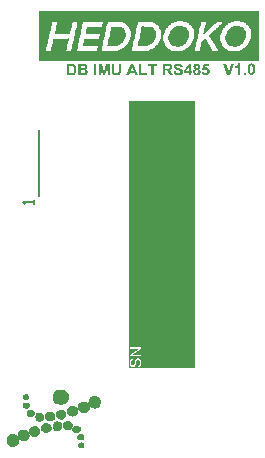
<source format=gto>
%FSTAX23Y23*%
%MOIN*%
%SFA1B1*%

%IPPOS*%
%ADD32C,0.003000*%
%ADD33C,0.002000*%
%ADD34C,0.007870*%
%LNdaughterboard-1*%
%LPD*%
G36*
X02185Y02249D02*
X02186D01*
X02186Y02249*
X02187*
X02188Y02249*
X0219Y02249*
X02191Y02248*
X02192Y02248*
X02192Y02248*
X02192*
X02192Y02248*
X02193Y02248*
X02193Y02248*
X02194Y02247*
X02195Y02247*
X02195Y02246*
X02196Y02245*
X02197Y02244*
Y02244*
X02197Y02244*
X02197Y02244*
X02197Y02244*
X02197Y02243*
X02198Y02243*
X02198Y02242*
X02198Y02241*
X02198Y0224*
X02198Y02238*
Y02238*
Y02238*
Y02238*
X02198Y02238*
Y02237*
X02198Y02237*
X02198Y02236*
X02198Y02235*
X02197Y02234*
X02197Y02233*
X02196Y02232*
X02196Y02231*
X02196Y02231*
X02196Y02231*
X02196Y02231*
X02195Y02231*
X02195Y02231*
X02195Y0223*
X02194Y0223*
X02194Y0223*
X02194Y0223*
X02193Y02229*
X02192Y02229*
X02192Y02229*
X02191Y02229*
X0219Y02228*
X02189Y02228*
X02188Y02228*
X02188*
X02188Y02228*
X02189Y02228*
X02189Y02227*
X0219Y02227*
X0219Y02227*
X02191Y02226*
X02192Y02225*
X02192Y02225*
X02192Y02225*
X02193Y02224*
X02193Y02224*
X02194Y02223*
X02194Y02223*
X02195Y02222*
X02195Y02221*
X02195Y02221*
X02196Y0222*
X02196Y02219*
X02197Y02219*
X02201Y02211*
X02192*
X02187Y02219*
X02187Y0222*
X02187Y0222*
X02187Y0222*
X02186Y0222*
X02186Y02221*
X02186Y02221*
X02185Y02222*
X02184Y02223*
X02184Y02224*
X02183Y02224*
X02183Y02225*
X02183Y02225*
X02183Y02225*
X02183Y02225*
X02182Y02225*
X02182Y02226*
X02182Y02226*
X02181Y02226*
X02181Y02226*
X0218Y02227*
X0218*
X0218Y02227*
X0218Y02227*
X0218Y02227*
X02179Y02227*
X02178Y02227*
X02178Y02227*
X02175*
Y02211*
X02167*
Y02249*
X02184*
X02185Y02249*
G37*
G36*
X02148Y02243D02*
X02137D01*
Y02211*
X02129*
Y02243*
X02118*
Y02249*
X02148*
Y02243*
G37*
G36*
X02096Y02218D02*
X02115D01*
Y02211*
X02088*
Y02249*
X02096*
Y02218*
G37*
G36*
X02027Y02229D02*
Y02229D01*
Y02229*
Y02228*
Y02228*
Y02227*
X02027Y02227*
Y02226*
Y02225*
X02027Y02224*
X02027Y02222*
X02027Y02221*
X02027Y02221*
X02027Y0222*
X02027Y0222*
Y02219*
X02027Y02219*
Y02219*
X02027Y02219*
X02026Y02219*
X02026Y02218*
X02026Y02217*
X02026Y02216*
X02025Y02216*
X02024Y02215*
X02024Y02215*
X02024Y02214*
X02024Y02214*
X02023Y02214*
X02023Y02213*
X02022Y02213*
X02021Y02212*
X0202Y02212*
X0202*
X0202Y02212*
X0202Y02212*
X02019Y02212*
X02019Y02211*
X02019Y02211*
X02018Y02211*
X02018Y02211*
X02017Y02211*
X02016Y02211*
X02014Y02211*
X02013Y02211*
X02012*
X02011Y02211*
X02011*
X0201Y02211*
X0201Y02211*
X02008Y02211*
X02007Y02211*
X02006Y02211*
X02005Y02212*
X02004Y02212*
X02004*
X02004Y02212*
X02004Y02212*
X02003Y02212*
X02003Y02213*
X02002Y02213*
X02001Y02214*
X02001Y02214*
X02Y02215*
X02Y02215*
X02Y02215*
X02Y02216*
X01999Y02216*
X01999Y02217*
X01998Y02218*
X01998Y02218*
X01998Y02219*
Y02219*
X01998Y02219*
Y0222*
X01998Y0222*
X01998Y0222*
X01998Y02221*
X01998Y02221*
X01998Y02222*
X01997Y02222*
X01997Y02223*
X01997Y02224*
X01997Y02225*
X01997Y02226*
Y02227*
X01997Y02228*
Y02229*
Y02249*
X02005*
Y02229*
Y02228*
Y02228*
Y02228*
Y02228*
Y02227*
Y02227*
X02005Y02226*
Y02225*
X02005Y02224*
X02005Y02223*
Y02223*
X02005Y02223*
X02005Y02222*
Y02222*
X02005Y02222*
X02005Y02221*
X02006Y02221*
X02006Y0222*
X02006Y0222*
X02007Y02219*
X02007Y02218*
X02008Y02218*
X02008Y02218*
X02008Y02218*
X02009Y02218*
X0201Y02218*
X0201Y02217*
X02011Y02217*
X02013Y02217*
X02013*
X02014Y02217*
X02014Y02217*
X02015Y02217*
X02016Y02218*
X02017Y02218*
X02017Y02218*
X02017Y02218*
X02018Y02219*
X02018Y02219*
X02018Y02219*
X02019Y0222*
X02019Y0222*
X02019Y02221*
X02019Y02222*
Y02222*
X02019Y02222*
X02019Y02222*
X0202Y02223*
Y02224*
X0202Y02224*
Y02225*
X0202Y02225*
Y02226*
X0202Y02227*
Y02227*
Y02228*
Y02249*
X02027*
Y02229*
G37*
G36*
X02322Y02242D02*
X02308D01*
X02307Y02235*
X02307*
X02307Y02235*
X02307Y02236*
X02308Y02236*
X02308Y02236*
X02309Y02236*
X0231Y02236*
X02311Y02237*
X02312Y02237*
X02312*
X02313Y02237*
X02313Y02237*
X02314Y02236*
X02314Y02236*
X02315Y02236*
X02316Y02236*
X02317Y02235*
X02317Y02235*
X02318Y02235*
X02319Y02234*
X02319Y02234*
X0232Y02233*
X0232Y02233*
X0232Y02233*
X0232Y02233*
X02321Y02232*
X02321Y02232*
X02321Y02232*
X02321Y02231*
X02322Y02231*
X02322Y0223*
X02322Y02229*
X02323Y02229*
X02323Y02228*
X02323Y02227*
X02323Y02226*
X02323Y02225*
X02323Y02224*
Y02224*
Y02224*
Y02224*
X02323Y02223*
Y02223*
X02323Y02222*
X02323Y02222*
X02323Y02221*
X02323Y0222*
X02322Y02218*
X02322Y02218*
X02322Y02217*
X02321Y02216*
X02321Y02216*
X02321Y02215*
X02321Y02215*
X0232Y02215*
X0232Y02215*
X0232Y02214*
X02319Y02214*
X02319Y02214*
X02318Y02213*
X02317Y02213*
X02317Y02212*
X02316Y02212*
X02315Y02211*
X02314Y02211*
X02313Y02211*
X02312Y02211*
X0231Y02211*
X0231*
X0231Y02211*
X02309Y02211*
X02309Y02211*
X02308Y02211*
X02307Y02211*
X02306Y02211*
X02305Y02212*
X02304Y02212*
X02303Y02212*
X02303Y02213*
X02302Y02213*
X02302Y02213*
X02302Y02213*
X02302Y02214*
X02301Y02214*
X02301Y02214*
X02301Y02214*
X02301Y02215*
X023Y02215*
X023Y02216*
X02299Y02216*
X02299Y02218*
X02298Y02219*
X02298Y0222*
X02298Y02221*
X02305Y02222*
Y02222*
X02305Y02221*
X02305Y02221*
X02306Y0222*
X02306Y0222*
X02306Y02219*
X02307Y02218*
X02307Y02218*
X02307Y02218*
X02307Y02218*
X02308Y02217*
X02308Y02217*
X02309Y02217*
X02309Y02217*
X0231Y02216*
X02311Y02216*
X02311*
X02311Y02216*
X02311Y02216*
X02312Y02217*
X02313Y02217*
X02313Y02217*
X02314Y02218*
X02314Y02218*
X02315Y02218*
X02315Y02219*
X02315Y02219*
X02315Y0222*
X02316Y0222*
X02316Y02221*
X02316Y02222*
X02316Y02224*
Y02224*
Y02224*
Y02224*
Y02224*
X02316Y02225*
X02316Y02226*
X02316Y02227*
X02315Y02227*
X02315Y02228*
X02314Y02229*
X02314Y02229*
X02314Y02229*
X02314Y0223*
X02313Y0223*
X02313Y0223*
X02312Y02231*
X02311Y02231*
X0231Y02231*
X0231*
X0231Y02231*
X02309Y02231*
X02308Y0223*
X02308Y0223*
X02307Y0223*
X02306Y02229*
X02306Y02229*
X02305Y02229*
X02305Y02228*
X02299Y02229*
X02303Y02249*
X02322*
Y02242*
G37*
G36*
X0226Y02225D02*
X02265D01*
Y02219*
X0226*
Y02211*
X02253*
Y02219*
X02238*
Y02225*
X02254Y02249*
X0226*
Y02225*
G37*
G36*
X01863Y02249D02*
X01864Y02249D01*
X01865Y02249*
X01867Y02249*
X01868Y02249*
X01869Y02248*
X01869*
X01869Y02248*
X01869Y02248*
X01869Y02248*
X0187Y02248*
X01871Y02247*
X01872Y02247*
X01873Y02246*
X01874Y02246*
X01874Y02245*
X01875*
X01875Y02245*
X01875Y02244*
X01875Y02244*
X01876Y02243*
X01876Y02242*
X01877Y02241*
X01878Y0224*
X01878Y02239*
Y02239*
X01878Y02239*
X01878Y02238*
X01878Y02238*
X01878Y02238*
X01878Y02237*
X01879Y02237*
X01879Y02236*
X01879Y02236*
X01879Y02235*
X01879Y02234*
X01879Y02233*
X01879Y02232*
X01879Y0223*
Y0223*
Y0223*
Y02229*
Y02229*
X01879Y02229*
Y02228*
X01879Y02228*
X01879Y02227*
X01879Y02226*
X01879Y02224*
X01879Y02223*
X01878Y02222*
Y02222*
X01878Y02222*
X01878Y02221*
X01878Y02221*
X01878Y02221*
X01878Y0222*
X01877Y02219*
X01877Y02218*
X01876Y02217*
X01875Y02216*
X01874Y02215*
X01874Y02215*
X01874Y02215*
X01873Y02214*
X01873Y02214*
X01872Y02213*
X01871Y02213*
X0187Y02212*
X01869Y02212*
X01869*
X01869Y02212*
X01868*
X01868Y02212*
X01868Y02212*
X01867Y02212*
X01866Y02211*
X01865Y02211*
X01864Y02211*
X01862Y02211*
X01848*
Y02249*
X01863*
X01863Y02249*
G37*
G36*
X02282Y02249D02*
X02282Y02249D01*
X02283Y02249*
X02283Y02249*
X02284Y02249*
X02285Y02249*
X02287Y02248*
X02287Y02248*
X02288Y02247*
X02289Y02247*
X02289Y02246*
X02289Y02246*
X02289Y02246*
X02289Y02246*
X0229Y02246*
X0229Y02246*
X0229Y02245*
X02291Y02245*
X02291Y02244*
X02292Y02242*
X02292Y02241*
X02292Y0224*
X02292Y0224*
Y02239*
Y02239*
Y02239*
X02292Y02239*
X02292Y02238*
X02292Y02237*
X02292Y02236*
X02291Y02236*
X02291Y02235*
X02291Y02235*
X0229Y02234*
X0229Y02234*
X0229Y02234*
X02289Y02233*
X02289Y02233*
X02288Y02232*
X02287Y02232*
X02287*
X02287Y02232*
X02287Y02232*
X02287Y02231*
X02288Y02231*
X02289Y02231*
X02289Y0223*
X0229Y0223*
X02291Y02229*
X02292Y02228*
X02292Y02228*
X02292Y02227*
X02292Y02227*
X02292Y02226*
X02293Y02226*
X02293Y02225*
X02293Y02224*
X02293Y02222*
Y02222*
Y02222*
Y02222*
X02293Y02221*
X02293Y02221*
X02293Y02221*
X02293Y0222*
X02293Y02219*
X02292Y02218*
X02292Y02217*
X02292Y02217*
X02292Y02216*
X02291Y02215*
X02291Y02214*
X0229Y02214*
X0229Y02214*
X0229Y02214*
X0229Y02214*
X02289Y02213*
X02289Y02213*
X02289Y02213*
X02288Y02213*
X02288Y02212*
X02287Y02212*
X02286Y02212*
X02286Y02211*
X02285Y02211*
X02284Y02211*
X02283Y02211*
X02282Y02211*
X02281Y02211*
X02281*
X0228Y02211*
X0228Y02211*
X02279Y02211*
X02279Y02211*
X02278Y02211*
X02277Y02211*
X02275Y02212*
X02275Y02212*
X02274Y02212*
X02273Y02213*
X02272Y02213*
X02272Y02213*
X02272Y02213*
X02272Y02214*
X02272Y02214*
X02272Y02214*
X02271Y02215*
X02271Y02215*
X0227Y02216*
X0227Y02216*
X0227Y02217*
X02269Y02218*
X02269Y02218*
X02269Y02219*
X02269Y0222*
X02268Y02221*
X02268Y02222*
Y02222*
Y02222*
Y02222*
Y02223*
X02268Y02223*
X02269Y02224*
X02269Y02225*
X02269Y02226*
X02269Y02227*
X0227Y02228*
Y02228*
X0227Y02228*
X0227Y02228*
X02271Y02229*
X02271Y02229*
X02272Y0223*
X02273Y0223*
X02274Y02231*
X02275Y02232*
X02275*
X02275Y02232*
X02274Y02232*
X02274Y02232*
X02273Y02233*
X02272Y02233*
X02272Y02234*
X02271Y02234*
X02271Y02235*
X02271Y02235*
X0227Y02235*
X0227Y02236*
X0227Y02236*
X0227Y02237*
X0227Y02238*
X02269Y02239*
X02269Y0224*
Y0224*
Y0224*
Y0224*
X02269Y0224*
X02269Y02241*
X0227Y02241*
X0227Y02242*
X0227Y02243*
X02271Y02244*
X02271Y02245*
X02271Y02245*
X02272Y02246*
X02272Y02246*
X02272Y02247*
X02272Y02247*
X02273Y02247*
X02273Y02247*
X02273Y02247*
X02273Y02247*
X02274Y02248*
X02274Y02248*
X02275Y02248*
X02276Y02248*
X02276Y02249*
X02277Y02249*
X02278Y02249*
X02279Y02249*
X0228Y02249*
X02281Y02249*
X02281*
X02282Y02249*
G37*
G36*
X02276Y01236D02*
X02054D01*
Y02124*
X02276*
Y01236*
G37*
G36*
X02084Y02211D02*
X02076D01*
X02073Y0222*
X02057*
X02054Y02211*
X02046*
X02061Y02249*
X02069*
X02084Y02211*
G37*
G36*
X01946D02*
X01938D01*
Y02249*
X01946*
Y02211*
G37*
G36*
X01903Y02249D02*
X01905Y02249D01*
X01906Y02249*
X01907Y02249*
X01908Y02249*
X01908*
X01908Y02249*
X01908Y02249*
X01909Y02248*
X01909Y02248*
X0191Y02248*
X01911Y02248*
X01911Y02247*
X01912Y02247*
X01912Y02247*
X01912Y02247*
X01913Y02246*
X01913Y02246*
X01913Y02245*
X01914Y02245*
X01914Y02244*
X01914Y02244*
X01915Y02244*
X01915Y02243*
X01915Y02243*
X01915Y02242*
X01915Y02241*
X01916Y0224*
X01916Y0224*
Y02239*
Y02239*
Y02239*
X01916Y02239*
X01915Y02238*
X01915Y02237*
X01915Y02236*
X01915Y02236*
X01914Y02235*
X01914Y02235*
X01914Y02234*
X01914Y02234*
X01913Y02233*
X01913Y02233*
X01912Y02232*
X01911Y02232*
X0191Y02231*
X0191*
X0191Y02231*
X01911Y02231*
X01911Y02231*
X01911Y02231*
X01912Y0223*
X01913Y0223*
X01914Y02229*
X01915Y02229*
X01916Y02228*
X01916Y02228*
X01916Y02227*
X01916Y02227*
X01917Y02226*
X01917Y02225*
X01917Y02224*
X01917Y02223*
X01917Y02222*
Y02222*
Y02222*
Y02222*
X01917Y02221*
X01917Y02221*
X01917Y0222*
X01917Y02219*
X01917Y02218*
X01916Y02217*
X01916Y02217*
X01916Y02217*
X01916Y02216*
X01915Y02216*
X01915Y02215*
X01914Y02215*
X01914Y02214*
X01913Y02213*
X01913Y02213*
X01913Y02213*
X01912Y02213*
X01912Y02213*
X01911Y02212*
X0191Y02212*
X01909Y02212*
X01908Y02211*
X01908*
X01907Y02211*
X01907*
X01906Y02211*
X01905*
X01905Y02211*
X01903*
X01902Y02211*
X01886*
Y02249*
X01902*
X01903Y02249*
G37*
G36*
X02464Y02251D02*
X02464Y02251D01*
X02465Y0225*
X02465Y0225*
X02466Y0225*
X02466Y0225*
X02467Y0225*
X02468Y02249*
X02468Y02249*
X02469Y02249*
X0247Y02248*
X02471Y02247*
X02471Y02247*
X02471Y02247*
X02471Y02247*
X02471Y02246*
X02472Y02246*
X02472Y02245*
X02472Y02245*
X02473Y02244*
X02473Y02243*
X02473Y02242*
X02474Y02241*
X02474Y0224*
X02474Y02238*
X02475Y02237*
X02475Y02235*
X02475Y02233*
X02475Y02231*
Y02231*
Y02231*
Y02231*
Y02231*
Y0223*
X02475Y0223*
X02475Y02229*
X02475Y02228*
X02475Y02227*
X02474Y02225*
X02474Y02224*
X02474Y02223*
X02474Y02221*
X02473Y0222*
X02473Y02219*
X02472Y02218*
X02472Y02217*
X02471Y02216*
X02471Y02216*
X02471Y02216*
X02471Y02215*
X02471Y02215*
X0247Y02215*
X0247Y02215*
X02469Y02214*
X02469Y02214*
X02468Y02214*
X02468Y02213*
X02467Y02213*
X02466Y02213*
X02465Y02212*
X02465Y02212*
X02464Y02212*
X02463Y02212*
X02462*
X02462Y02212*
X02462*
X02461Y02212*
X02461Y02212*
X0246Y02212*
X02459Y02212*
X02459Y02213*
X02458Y02213*
X02457Y02213*
X02457Y02214*
X02456Y02214*
X02455Y02215*
X02454Y02215*
X02454Y02216*
X02454Y02216*
X02454Y02216*
X02453Y02217*
X02453Y02217*
X02453Y02217*
X02453Y02218*
X02452Y02219*
X02452Y0222*
X02452Y02221*
X02451Y02222*
X02451Y02223*
X02451Y02224*
X02451Y02226*
X02451Y02228*
X0245Y02229*
X0245Y02231*
Y02231*
Y02231*
Y02232*
Y02232*
Y02232*
X0245Y02233*
X0245Y02234*
X02451Y02235*
X02451Y02236*
X02451Y02237*
X02451Y02239*
X02451Y0224*
X02452Y02241*
X02452Y02242*
X02452Y02244*
X02453Y02245*
X02453Y02246*
X02454Y02247*
X02454Y02247*
X02454Y02247*
X02454Y02247*
X02455Y02247*
X02455Y02248*
X02455Y02248*
X02456Y02248*
X02456Y02249*
X02457Y02249*
X02457Y02249*
X02458Y0225*
X02459Y0225*
X0246Y0225*
X02461Y0225*
X02462Y02251*
X02463Y02251*
X02463*
X02464Y02251*
G37*
G36*
X02425Y02213D02*
X02418D01*
Y0224*
X02417Y0224*
X02417Y0224*
X02417Y0224*
X02417Y02239*
X02416Y02239*
X02416Y02239*
X02415Y02238*
X02415Y02238*
X02414Y02237*
X02414Y02237*
X02413Y02237*
X02412Y02236*
X0241Y02235*
X02408Y02235*
Y02241*
X02408*
X02408Y02241*
X02408Y02241*
X02409Y02241*
X02409Y02242*
X0241Y02242*
X02411Y02242*
X02412Y02243*
X02413Y02244*
X02414Y02245*
X02414Y02245*
X02414Y02245*
X02415Y02245*
X02415Y02245*
X02415Y02246*
X02416Y02246*
X02417Y02247*
X02418Y02248*
X02418Y02249*
X02419Y02251*
X02425*
Y02213*
G37*
G36*
X02444D02*
X02437D01*
Y0222*
X02444*
Y02213*
G37*
G36*
X02391D02*
X02382D01*
X02369Y0225*
X02377*
X02387Y02222*
X02396Y0225*
X02404*
X02391Y02213*
G37*
G36*
X0222Y0225D02*
X0222Y0225D01*
X02221Y0225*
X02222Y02249*
X02223Y02249*
X02224Y02249*
X02225Y02249*
X02226Y02248*
X02227Y02248*
X02228Y02248*
X02229Y02247*
X02229Y02247*
X02229Y02247*
X0223Y02246*
X0223Y02246*
X0223Y02246*
X0223Y02246*
X02231Y02245*
X02231Y02245*
X02231Y02244*
X02232Y02244*
X02232Y02243*
X02232Y02243*
X02232Y02242*
X02233Y02241*
X02233Y0224*
X02233Y02239*
X02233Y02238*
X02226Y02238*
Y02238*
Y02238*
X02225Y02238*
X02225Y02239*
X02225Y0224*
X02225Y0224*
X02224Y02241*
X02224Y02242*
X02223Y02242*
X02223Y02242*
X02223Y02242*
X02223Y02243*
X02222Y02243*
X02222Y02243*
X02221Y02243*
X0222Y02243*
X02219Y02243*
X02218*
X02217Y02243*
X02217Y02243*
X02216Y02243*
X02215Y02243*
X02214Y02243*
X02213Y02242*
X02213Y02242*
X02213Y02242*
X02213Y02242*
X02213Y02241*
X02213Y02241*
X02212Y02241*
X02212Y0224*
X02212Y0224*
Y0224*
Y02239*
X02212Y02239*
X02212Y02239*
X02213Y02239*
X02213Y02238*
X02213Y02238*
X02213Y02237*
X02213Y02237*
X02214Y02237*
X02214Y02237*
X02214Y02237*
X02214Y02237*
X02215Y02237*
X02215Y02236*
X02216Y02236*
X02216Y02236*
X02217Y02236*
X02218Y02236*
X02219Y02235*
X02219Y02235*
X0222Y02235*
X0222*
X02221Y02235*
X02221Y02235*
X02221Y02235*
X02222Y02235*
X02222Y02234*
X02223Y02234*
X02223Y02234*
X02225Y02234*
X02226Y02233*
X02227Y02233*
X02228Y02232*
X02229Y02232*
X02229*
X02229Y02232*
X02229Y02232*
X02229Y02232*
X0223Y02231*
X02231Y02231*
X02231Y0223*
X02232Y02229*
X02233Y02228*
X02233Y02228*
X02233Y02228*
X02233Y02227*
X02234Y02227*
X02234Y02226*
X02234Y02225*
X02234Y02224*
X02234Y02222*
Y02222*
Y02222*
Y02222*
Y02222*
X02234Y02221*
X02234Y02221*
X02234Y0222*
X02234Y02219*
X02234Y02218*
X02233Y02217*
X02232Y02216*
Y02216*
X02232Y02216*
X02232Y02216*
X02232Y02215*
X02231Y02215*
X0223Y02214*
X02229Y02213*
X02229Y02213*
X02227Y02212*
X02227*
X02227Y02212*
X02227Y02212*
X02227Y02212*
X02226Y02212*
X02226Y02211*
X02226Y02211*
X02225Y02211*
X02224Y02211*
X02224Y02211*
X02222Y02211*
X02221Y02211*
X02219Y02211*
X02218*
X02218Y02211*
X02217Y02211*
X02217Y02211*
X02216Y02211*
X02215Y02211*
X02213Y02211*
X02212Y02212*
X02211Y02212*
X02211Y02212*
X0221Y02213*
X02209Y02213*
X02208Y02214*
X02208Y02214*
X02208Y02214*
X02208Y02214*
X02207Y02214*
X02207Y02215*
X02207Y02215*
X02206Y02216*
X02206Y02216*
X02206Y02217*
X02205Y02218*
X02205Y02218*
X02205Y02219*
X02204Y0222*
X02204Y02221*
X02204Y02222*
X02204Y02224*
X02211Y02224*
Y02224*
X02211Y02224*
Y02224*
X02211Y02224*
X02211Y02223*
X02212Y02222*
X02212Y02221*
X02212Y0222*
X02213Y0222*
X02214Y02219*
X02214Y02219*
X02214Y02218*
X02214Y02218*
X02215Y02218*
X02216Y02218*
X02217Y02217*
X02218Y02217*
X02219Y02217*
X0222*
X0222Y02217*
X02221Y02217*
X02222Y02217*
X02223Y02218*
X02224Y02218*
X02225Y02219*
X02225Y02219*
X02225Y02219*
X02225Y02219*
X02226Y0222*
X02226Y0222*
X02226Y02221*
X02227Y02221*
X02227Y02222*
Y02222*
Y02222*
X02227Y02223*
X02227Y02223*
X02226Y02223*
X02226Y02224*
X02226Y02224*
X02226Y02224*
X02226Y02225*
X02226Y02225*
X02226Y02225*
X02225Y02225*
X02225Y02225*
X02224Y02226*
X02224Y02226*
X02223Y02226*
X02223*
X02223Y02226*
X02222Y02226*
X02222Y02226*
X02222Y02227*
X02221Y02227*
X02221Y02227*
X02221Y02227*
X0222Y02227*
X02219Y02227*
X02219Y02227*
X02218Y02228*
X02217Y02228*
X02217*
X02217Y02228*
X02216Y02228*
X02216Y02228*
X02216Y02228*
X02215Y02228*
X02214Y02229*
X02214Y02229*
X02212Y02229*
X02211Y0223*
X0221Y0223*
X0221Y02231*
X02209Y02231*
X02208Y02232*
X02208Y02232*
X02208Y02232*
X02208Y02232*
X02208Y02232*
X02208Y02232*
X02207Y02233*
X02207Y02233*
X02207Y02234*
X02206Y02235*
X02206Y02236*
X02205Y02237*
X02205Y02238*
X02205Y02238*
X02205Y02239*
Y02239*
Y02239*
Y02239*
Y0224*
X02205Y0224*
X02205Y02241*
X02205Y02242*
X02206Y02243*
X02206Y02244*
X02207Y02245*
Y02245*
X02207Y02245*
X02207Y02245*
X02207Y02245*
X02208Y02246*
X02208Y02247*
X02209Y02247*
X0221Y02248*
X02211Y02248*
X02211*
X02211Y02248*
X02212Y02249*
X02212Y02249*
X02212Y02249*
X02212Y02249*
X02213Y02249*
X02213Y02249*
X02214Y02249*
X02216Y0225*
X02217Y0225*
X02219Y0225*
X02219*
X0222Y0225*
G37*
G36*
X0199Y02211D02*
X01983D01*
X01982Y02241*
X01975Y02211*
X01968*
X0196Y02241*
Y02211*
X01953*
Y02249*
X01965*
X01971Y02223*
X01978Y02249*
X0199*
Y02211*
G37*
%LNdaughterboard-2*%
%LPC*%
G36*
X02085Y01268D02*
X02085D01*
X02084Y01268*
X02083Y01268*
X02082Y01267*
X02081Y01267*
X0208Y01267*
X0208Y01266*
X02079Y01266*
X02079Y01266*
X02079Y01266*
X02078Y01265*
X02077Y01264*
X02076Y01263*
X02076Y01262*
X02076Y01262*
X02076Y01262*
X02076Y01261*
X02075Y01261*
Y01261*
X02075Y01261*
X02075Y0126*
X02075Y0126*
X02075Y01259*
X02074Y01258*
X02074Y01256*
X02074Y01256*
X02074Y01255*
X02073Y01254*
X02073Y01254*
X02073Y01253*
X02073Y01253*
X02073Y01253*
Y01253*
X02073Y01252*
X02073Y01251*
X02072Y0125*
X02072Y01249*
X02072Y01248*
X02072Y01248*
X02071Y01247*
X02071Y01247*
X02071Y01246*
X02071Y01246*
X02071Y01246*
X02071Y01246*
X0207Y01245*
X0207Y01245*
X0207Y01245*
X02069Y01245*
X02069Y01244*
X02068Y01244*
X02068Y01244*
X02067Y01244*
X02067*
X02066Y01244*
X02065Y01244*
X02065Y01245*
X02064Y01245*
X02064Y01245*
X02063Y01246*
X02063Y01246*
X02063Y01246*
X02063Y01246*
X02062Y01247*
X02062Y01248*
X02062Y01249*
X02062Y0125*
X02061Y01251*
X02061Y01251*
X02061Y01252*
Y01252*
Y01252*
Y01253*
Y01253*
X02061Y01254*
X02062Y01255*
X02062Y01257*
X02062Y01257*
X02063Y01258*
X02063Y01259*
X02063Y01259*
X02063Y01259*
X02064Y0126*
X02065Y0126*
X02066Y01261*
X02067Y01261*
X02067Y01262*
X02068Y01262*
X02068Y01262*
X02068Y01262*
X02069*
X02068Y01267*
X02067Y01266*
X02066Y01266*
X02065Y01266*
X02064Y01266*
X02063Y01265*
X02063Y01265*
X02063Y01265*
X02062Y01265*
X02062Y01265*
X02062*
X02061Y01264*
X02061Y01263*
X0206Y01262*
X02059Y01262*
X02059Y01261*
X02058Y0126*
X02058Y0126*
X02058Y0126*
X02058Y0126*
Y0126*
X02058Y01259*
X02057Y01257*
X02057Y01256*
X02057Y01255*
X02057Y01254*
Y01253*
X02057Y01253*
Y01253*
Y01253*
Y01252*
Y01252*
X02057Y01251*
X02057Y0125*
X02057Y01249*
X02057Y01247*
X02058Y01247*
X02058Y01246*
X02058Y01246*
X02058Y01246*
X02058Y01246*
X02058Y01246*
Y01245*
X02059Y01244*
X02059Y01243*
X0206Y01243*
X02061Y01242*
X02061Y01241*
X02062Y01241*
X02062Y01241*
X02062Y01241*
X02062*
X02063Y0124*
X02064Y0124*
X02065Y0124*
X02066Y01239*
X02066Y01239*
X02067Y01239*
X02067*
X02068Y01239*
X02069Y01239*
X0207Y0124*
X02071Y0124*
X02071Y0124*
X02072Y0124*
X02072Y0124*
X02072Y0124*
X02073Y01241*
X02073Y01242*
X02074Y01242*
X02075Y01243*
X02075Y01244*
X02075Y01244*
X02076Y01244*
X02076Y01244*
Y01244*
X02076Y01245*
X02076Y01245*
X02076Y01246*
X02077Y01248*
X02077Y01249*
X02077Y0125*
X02078Y0125*
X02078Y01251*
X02078Y01251*
X02078Y01252*
X02078Y01252*
Y01252*
X02078Y01253*
X02078Y01254*
X02079Y01254*
X02079Y01255*
X02079Y01256*
X02079Y01256*
X02079Y01257*
X02079Y01257*
X02079Y01257*
X0208Y01258*
X0208Y01258*
X0208Y01258*
X0208Y01258*
X0208Y01259*
X0208Y0126*
X02081Y01261*
X02081Y01261*
X02082Y01261*
X02082Y01262*
X02082Y01262*
X02082Y01262*
X02082Y01262*
X02083Y01263*
X02084Y01263*
X02084Y01263*
X02084Y01263*
X02085Y01263*
X02085*
X02086Y01263*
X02086Y01263*
X02087Y01263*
X02087Y01262*
X02088Y01262*
X02088Y01262*
X02088Y01262*
X02088Y01262*
X02089Y01261*
X02089Y01261*
X0209Y0126*
X0209Y0126*
X0209Y01259*
X0209Y01259*
X02091Y01259*
X02091Y01259*
X02091Y01258*
X02091Y01257*
X02091Y01256*
X02091Y01255*
X02091Y01255*
X02091Y01254*
Y01254*
Y01254*
Y01254*
Y01254*
X02091Y01252*
X02091Y01251*
X02091Y0125*
X02091Y01249*
X02091Y01249*
X02091Y01248*
X0209Y01248*
X0209Y01248*
X0209Y01248*
Y01248*
X0209Y01247*
X02089Y01246*
X02089Y01245*
X02088Y01245*
X02088Y01244*
X02088Y01244*
X02087Y01244*
X02087Y01244*
X02087Y01244*
X02086Y01243*
X02085Y01243*
X02084Y01243*
X02084Y01243*
X02083Y01242*
X02083*
X02083Y01242*
X02083*
X02083Y01238*
X02085Y01238*
X02086Y01238*
X02087Y01238*
X02088Y01239*
X02089Y01239*
X02089Y01239*
X02089Y01239*
X0209Y0124*
X0209Y0124*
X0209Y0124*
X0209*
X02091Y01241*
X02092Y01241*
X02093Y01242*
X02093Y01243*
X02094Y01244*
X02094Y01245*
X02094Y01245*
X02094Y01245*
X02094Y01245*
Y01245*
X02095Y01247*
X02095Y01248*
X02096Y01249*
X02096Y01251*
X02096Y01251*
X02096Y01252*
Y01252*
X02096Y01253*
Y01253*
Y01254*
Y01254*
Y01254*
X02096Y01255*
X02096Y01257*
X02095Y01258*
X02095Y01259*
X02095Y0126*
X02095Y0126*
X02095Y0126*
X02095Y01261*
X02095Y01261*
X02094Y01261*
Y01261*
X02094Y01262*
X02093Y01263*
X02092Y01264*
X02092Y01265*
X02091Y01265*
X02091Y01266*
X0209Y01266*
X0209Y01266*
X0209*
X02089Y01267*
X02088Y01267*
X02087Y01267*
X02087Y01268*
X02086Y01268*
X02085Y01268*
G37*
G36*
X02095Y01304D02*
X02057D01*
Y013*
X02087*
X02057Y0128*
Y01275*
X02095*
Y01279*
X02066*
X02095Y01299*
Y01304*
G37*
G36*
X02463Y02245D02*
X02462D01*
X02462Y02245*
X02462Y02245*
X02461Y02244*
X02461Y02244*
X02461Y02244*
X0246Y02244*
X0246Y02244*
X0246Y02244*
X0246Y02243*
X0246Y02243*
X02459Y02243*
X02459Y02242*
X02459Y02242*
X02459Y02241*
Y02241*
X02459Y02241*
Y0224*
X02459Y0224*
X02459Y0224*
X02459Y0224*
X02458Y02239*
X02458Y02239*
X02458Y02238*
X02458Y02237*
X02458Y02236*
X02458Y02236*
X02458Y02235*
Y02234*
X02458Y02232*
Y02231*
Y02231*
Y02231*
Y02231*
Y0223*
Y0223*
X02458Y02229*
Y02228*
X02458Y02228*
X02458Y02226*
X02458Y02225*
X02458Y02224*
X02458Y02223*
X02459Y02223*
X02459Y02222*
X02459Y02222*
X02459Y02222*
X02459Y02221*
X02459Y02221*
X02459Y0222*
X0246Y0222*
X0246Y02219*
X0246Y02219*
X0246Y02219*
X0246Y02219*
X02461Y02218*
X02461Y02218*
X02461Y02218*
X02462Y02218*
X02462Y02218*
X02463Y02218*
X02463*
X02463Y02218*
X02463Y02218*
X02464Y02218*
X02464Y02218*
X02465Y02218*
X02465Y02219*
X02465Y02219*
X02465Y02219*
X02465Y02219*
X02465Y02219*
X02466Y0222*
X02466Y0222*
X02466Y02221*
X02466Y02222*
Y02222*
X02467Y02222*
Y02222*
X02467Y02222*
X02467Y02223*
X02467Y02223*
X02467Y02223*
X02467Y02224*
X02467Y02225*
X02467Y02225*
X02467Y02226*
X02467Y02227*
X02467Y02228*
Y02229*
X02467Y0223*
Y02231*
Y02231*
Y02232*
Y02232*
Y02232*
Y02233*
X02467Y02234*
Y02234*
X02467Y02235*
X02467Y02236*
X02467Y02238*
X02467Y02239*
X02467Y02239*
X02467Y0224*
X02467Y0224*
Y0224*
X02466Y02241*
X02466Y02241*
X02466Y02241*
X02466Y02242*
X02466Y02242*
X02466Y02243*
X02465Y02243*
X02465Y02244*
X02465Y02244*
X02465Y02244*
X02465Y02244*
X02464Y02244*
X02464Y02244*
X02464Y02245*
X02463Y02245*
X02463Y02245*
G37*
G36*
X02281Y02229D02*
X0228D01*
X0228Y02229*
X02279Y02228*
X02279Y02228*
X02278Y02228*
X02277Y02227*
X02277Y02227*
X02277Y02227*
X02277Y02226*
X02276Y02226*
X02276Y02226*
X02276Y02225*
X02276Y02224*
X02276Y02224*
X02276Y02223*
Y02223*
Y02223*
Y02223*
Y02222*
X02276Y02222*
X02276Y02221*
X02276Y0222*
X02276Y0222*
X02277Y02219*
X02277Y02218*
X02277Y02218*
X02277Y02218*
X02278Y02218*
X02278Y02217*
X02279Y02217*
X02279Y02217*
X0228Y02216*
X02281Y02216*
X02281*
X02282Y02217*
X02282Y02217*
X02283Y02217*
X02283Y02217*
X02284Y02217*
X02285Y02218*
X02285Y02218*
X02285Y02218*
X02285Y02219*
X02285Y02219*
X02286Y0222*
X02286Y02221*
X02286Y02222*
X02286Y02223*
Y02223*
Y02223*
Y02223*
X02286Y02224*
X02286Y02224*
X02286Y02225*
X02286Y02226*
X02285Y02226*
X02285Y02227*
X02285Y02227*
X02284Y02227*
X02284Y02228*
X02284Y02228*
X02283Y02228*
X02282Y02228*
X02282Y02229*
X02281Y02229*
G37*
G36*
X02253Y02238D02*
X02245Y02225D01*
X02253*
Y02238*
G37*
G36*
X01901Y02228D02*
X01893D01*
Y02218*
X01902*
X01903Y02218*
X01904*
X01904Y02218*
X01905Y02218*
X01905*
X01906Y02218*
X01906*
X01906Y02218*
X01906Y02218*
X01907Y02218*
X01907Y02218*
X01908Y02219*
X01908Y02219*
X01908Y02219*
X01909Y02219*
X01909Y0222*
X01909Y0222*
X01909Y0222*
X01909Y02221*
X01909Y02221*
X0191Y02222*
X0191Y02223*
Y02223*
Y02223*
X0191Y02223*
X01909Y02224*
X01909Y02224*
X01909Y02224*
X01909Y02225*
X01909Y02225*
X01909Y02226*
X01909Y02226*
X01908Y02226*
X01908Y02226*
X01908Y02226*
X01907Y02227*
X01907Y02227*
X01906Y02227*
X01906*
X01906Y02227*
X01906Y02227*
X01905Y02227*
X01905Y02227*
X01905Y02228*
X01904Y02228*
X01903Y02228*
X01903*
X01902Y02228*
X01901Y02228*
G37*
G36*
X0186Y02243D02*
X01855D01*
Y02218*
X01862*
X01863Y02218*
X01864*
X01864Y02218*
X01865Y02218*
X01866Y02218*
X01866*
X01866Y02218*
X01866Y02218*
X01867Y02218*
X01867Y02219*
X01868Y02219*
X01868Y02219*
X01869Y0222*
X01869Y0222*
X01869Y0222*
X01869Y0222*
X01869Y0222*
X0187Y02221*
X0187Y02222*
X0187Y02222*
X01871Y02223*
Y02223*
X01871Y02223*
Y02223*
X01871Y02224*
X01871Y02224*
X01871Y02224*
X01871Y02225*
X01871Y02226*
X01871Y02227*
X01871Y02229*
X01871Y0223*
Y0223*
Y0223*
Y02231*
Y02231*
Y02231*
X01871Y02232*
X01871Y02233*
X01871Y02234*
X01871Y02235*
X01871Y02236*
X01871Y02237*
Y02237*
X01871Y02237*
X0187Y02237*
X0187Y02238*
X0187Y02238*
X0187Y02239*
X01869Y02239*
X01869Y0224*
X01868Y0224*
X01868Y02241*
X01868Y02241*
X01868Y02241*
X01868Y02241*
X01867Y02242*
X01866Y02242*
X01866Y02242*
X01865Y02242*
X01865*
X01865Y02242*
X01864Y02242*
X01864Y02243*
X01863*
X01863Y02243*
X01862*
X01862Y02243*
X01861*
X0186Y02243*
G37*
G36*
X01901Y02243D02*
X01893D01*
Y02234*
X01901*
X01902Y02234*
X01903*
X01904Y02234*
X01904*
X01904Y02234*
X01905Y02234*
X01905Y02234*
X01906Y02235*
X01906Y02235*
X01907Y02235*
X01907Y02235*
X01907Y02236*
X01907Y02236*
X01907Y02236*
X01908Y02236*
X01908Y02237*
X01908Y02237*
X01908Y02238*
X01908Y02238*
Y02239*
Y02239*
X01908Y02239*
X01908Y0224*
X01908Y0224*
X01908Y0224*
X01908Y02241*
X01907Y02241*
X01907Y02241*
X01907Y02241*
X01907Y02242*
X01906Y02242*
X01906Y02242*
X01906Y02242*
X01905Y02243*
X01904Y02243*
X01904*
X01904Y02243*
X01903*
X01903Y02243*
X01902*
X01901Y02243*
G37*
G36*
X02281Y02244D02*
X0228D01*
X0228Y02243*
X0228Y02243*
X02279Y02243*
X02278Y02243*
X02278Y02243*
X02277Y02242*
X02277Y02242*
X02277Y02242*
X02277Y02242*
X02277Y02241*
X02277Y02241*
X02276Y0224*
X02276Y0224*
X02276Y02239*
Y02239*
Y02239*
X02276Y02238*
X02276Y02238*
X02276Y02237*
X02277Y02237*
X02277Y02236*
X02277Y02236*
X02277Y02236*
X02278Y02235*
X02278Y02235*
X02278Y02235*
X02279Y02235*
X02279Y02235*
X0228Y02234*
X02281Y02234*
X02281*
X02281Y02234*
X02282Y02235*
X02282Y02235*
X02283Y02235*
X02284Y02235*
X02284Y02236*
X02284Y02236*
X02284Y02236*
X02284Y02236*
X02285Y02237*
X02285Y02237*
X02285Y02238*
X02285Y02238*
X02285Y02239*
Y02239*
Y02239*
X02285Y0224*
X02285Y0224*
X02285Y02241*
X02285Y02241*
X02284Y02242*
X02284Y02242*
X02284Y02242*
X02284Y02243*
X02284Y02243*
X02283Y02243*
X02283Y02243*
X02282Y02243*
X02281Y02243*
X02281Y02244*
G37*
G36*
X02065Y0224D02*
X0206Y02226D01*
X0207*
X02065Y0224*
G37*
G36*
X02184Y02243D02*
X02175D01*
Y02233*
X02183*
X02184Y02233*
X02185Y02233*
X02186Y02233*
X02186Y02233*
X02187Y02233*
X02187Y02233*
X02188Y02233*
X02188*
X02188Y02234*
X02188Y02234*
X02188Y02234*
X02189Y02234*
X02189Y02235*
X0219Y02235*
X0219Y02235*
X0219Y02235*
X0219Y02236*
X0219Y02236*
X0219Y02236*
X0219Y02237*
X0219Y02237*
X02191Y02238*
Y02238*
Y02238*
X0219Y02239*
X0219Y02239*
X0219Y0224*
X0219Y0224*
X0219Y02241*
X02189Y02241*
X02189Y02241*
X02189Y02241*
X02189Y02241*
X02189Y02242*
X02188Y02242*
X02188Y02242*
X02187Y02242*
X02187Y02243*
X02187*
X02186Y02243*
X02186*
X02186Y02243*
X02184*
X02184Y02243*
G37*
%LNdaughterboard-3*%
%LPD*%
G54D32*
X01887Y00973D02*
X01902D01*
X01884Y00976D02*
X01902D01*
X01659D02*
X01671D01*
X01884Y00979D02*
X01902D01*
X01653D02*
X01677D01*
X01884Y00982D02*
X01902D01*
X0165D02*
X0168D01*
X01887Y00985D02*
X01902D01*
X01647D02*
X01683D01*
X01893Y00988D02*
X01896D01*
X01647D02*
X01683D01*
X01647Y00991D02*
X01686D01*
X01695Y00994D02*
X0171D01*
X01647D02*
X01686D01*
X01887Y00997D02*
X01899D01*
X01689D02*
X01716D01*
X01647D02*
X01686D01*
X01884Y01D02*
X01902D01*
X01647D02*
X01716D01*
X01881Y01003D02*
X01902D01*
X01686D02*
X01719D01*
X01647D02*
X01683D01*
X01881Y01006D02*
X01902D01*
X01647D02*
X01719D01*
X01881Y01009D02*
X01902D01*
X01731D02*
X01746D01*
X01683D02*
X01722D01*
X0165D02*
X0168D01*
X01884Y01012D02*
X01902D01*
X01728D02*
X01749D01*
X01683D02*
X01722D01*
X01653D02*
X01677D01*
X01887Y01015D02*
X01899D01*
X01725D02*
X01752D01*
X01683D02*
X01719D01*
X01659D02*
X01671D01*
X01722Y01018D02*
X01755D01*
X01683D02*
X01719D01*
X01872Y01021D02*
X01884D01*
X0177D02*
X01782D01*
X01722D02*
X01755D01*
X01686D02*
X01719D01*
X01869Y01024D02*
X01887D01*
X01767D02*
X01788D01*
X01722D02*
X01755D01*
X01689D02*
X01716D01*
X01869Y01027D02*
X0189D01*
X01764D02*
X01791D01*
X01722D02*
X01755D01*
X01692D02*
X0171D01*
X01866Y0103D02*
X0189D01*
X01806D02*
X01821D01*
X01761D02*
X01791D01*
X01722D02*
X01755D01*
X01866Y01033D02*
X0189D01*
X01842D02*
X01857D01*
X01803D02*
X01824D01*
X01761D02*
X01794D01*
X01722D02*
X01755D01*
X01866Y01036D02*
X0189D01*
X01839D02*
X0186D01*
X018D02*
X01827D01*
X01761D02*
X01794D01*
X01725D02*
X01752D01*
X01869Y01039D02*
X0189D01*
X01836D02*
X0186D01*
X018D02*
X01827D01*
X01761D02*
X01794D01*
X01728D02*
X01749D01*
X01872Y01042D02*
X01884D01*
X01836D02*
X01863D01*
X018D02*
X01827D01*
X01761D02*
X01791D01*
X01734D02*
X01743D01*
X01836Y01045D02*
X01863D01*
X018D02*
X01827D01*
X01764D02*
X01791D01*
X01836Y01048D02*
X01863D01*
X018D02*
X01827D01*
X01767D02*
X01788D01*
X01836Y01051D02*
X0186D01*
X01803D02*
X01827D01*
X0177D02*
X01782D01*
X01839Y01054D02*
X01857D01*
X01806D02*
X01824D01*
X01845Y01057D02*
X01854D01*
X01812D02*
X01815D01*
X01752Y0106D02*
X01758D01*
X01782Y01063D02*
X01797D01*
X01746D02*
X01764D01*
X01824Y01066D02*
X0183D01*
X01779D02*
X01803D01*
X01743D02*
X01767D01*
X01818Y01069D02*
X01836D01*
X01776D02*
X01803D01*
X01743D02*
X01767D01*
X01815Y01072D02*
X01839D01*
X01776D02*
X01803D01*
X0174D02*
X01767D01*
X01863Y01075D02*
X01866D01*
X01812D02*
X01842D01*
X01776D02*
X01806D01*
X0174D02*
X01767D01*
X01719D02*
X01731D01*
X01854Y01078D02*
X01875D01*
X01812D02*
X01842D01*
X01776D02*
X01803D01*
X01743D02*
X01767D01*
X01716D02*
X01734D01*
X01851Y01081D02*
X01878D01*
X01812D02*
X01842D01*
X01776D02*
X01803D01*
X01743D02*
X01764D01*
X01713D02*
X01737D01*
X01848Y01084D02*
X01881D01*
X01812D02*
X01842D01*
X01779D02*
X018D01*
X01746D02*
X01761D01*
X01713D02*
X01737D01*
X01848Y01087D02*
X01881D01*
X01812D02*
X01842D01*
X01782D02*
X01797D01*
X01713D02*
X01737D01*
X01893Y0109D02*
X01911D01*
X01848D02*
X01881D01*
X01812D02*
X01842D01*
X01713D02*
X01737D01*
X0189Y01093D02*
X01914D01*
X01848D02*
X01881D01*
X01815D02*
X01839D01*
X01716D02*
X01734D01*
X01887Y01096D02*
X01917D01*
X01848D02*
X01881D01*
X01821D02*
X01833D01*
X01719D02*
X01731D01*
X01884Y01099D02*
X0192D01*
X01848D02*
X01881D01*
X01938Y01102D02*
X01941D01*
X01884D02*
X0192D01*
X01851D02*
X01881D01*
X01707D02*
X01716D01*
X01929Y01105D02*
X0195D01*
X01884D02*
X0192D01*
X01854D02*
X01878D01*
X01701D02*
X01719D01*
X01923Y01108D02*
X01953D01*
X01884D02*
X0192D01*
X01857D02*
X01872D01*
X01701D02*
X01722D01*
X01923Y01111D02*
X01956D01*
X01884D02*
X0192D01*
X01701D02*
X01722D01*
X01884Y01114D02*
X01956D01*
X01821D02*
X0183D01*
X01701D02*
X01722D01*
X0192Y01117D02*
X01959D01*
X01887D02*
X01917D01*
X01812D02*
X01839D01*
X01701D02*
X01719D01*
X01917Y0112D02*
X01959D01*
X01887D02*
X01914D01*
X01809D02*
X01842D01*
X01704D02*
X01716D01*
X01917Y01123D02*
X01959D01*
X01893D02*
X01911D01*
X01806D02*
X01845D01*
X0192Y01126D02*
X01959D01*
X01803D02*
X01848D01*
X0192Y01129D02*
X01959D01*
X018D02*
X01848D01*
X0192Y01132D02*
X01956D01*
X018D02*
X01851D01*
X01704D02*
X01716D01*
X01923Y01135D02*
X01953D01*
X018D02*
X01851D01*
X01701D02*
X01719D01*
X01926Y01138D02*
X0195D01*
X018D02*
X01851D01*
X01701D02*
X01719D01*
X01932Y01141D02*
X01944D01*
X018D02*
X01851D01*
X01701D02*
X01719D01*
X018Y01144D02*
X01851D01*
X01701D02*
X01716D01*
X018Y01147D02*
X01851D01*
X01707D02*
X01713D01*
X018Y0115D02*
X01848D01*
X01803Y01153D02*
X01848D01*
X01806Y01156D02*
X01845D01*
X01809Y01159D02*
X01842D01*
X01812Y01162D02*
X01839D01*
G54D33*
X01754Y02425D02*
X02486D01*
X01754Y02423D02*
X02486D01*
X01754Y02421D02*
X02486D01*
X01754Y02419D02*
X02486D01*
X01754Y02417D02*
X02486D01*
X01754Y02415D02*
X02486D01*
X01754Y02413D02*
X02486D01*
X01754Y02411D02*
X02486D01*
X01754Y02409D02*
X02486D01*
X01754Y02407D02*
X02486D01*
X01754Y02405D02*
X02486D01*
X01754Y02403D02*
X02486D01*
X01754Y02401D02*
X02486D01*
X01754Y02399D02*
X02486D01*
X01754Y02397D02*
X02486D01*
X01754Y02395D02*
X02486D01*
X01754Y02393D02*
X0221D01*
X02236D02*
X02368D01*
X0237D02*
X024D01*
X02426D02*
X02486D01*
X01754Y02391D02*
X01796D01*
X01816D02*
X01864D01*
X01884D02*
X01898D01*
X01968D02*
X0198D01*
X0203D02*
X02082D01*
X0213D02*
X02204D01*
X02242D02*
X02292D01*
X02312D02*
X02346D01*
X0237D02*
X02394D01*
X02432D02*
X02486D01*
X01754Y02389D02*
X01796D01*
X01816D02*
X01864D01*
X01884D02*
X01898D01*
X01968D02*
X0198D01*
X02034D02*
X0208D01*
X02136D02*
X022D01*
X02248D02*
X02292D01*
X02312D02*
X02344D01*
X0237D02*
X0239D01*
X02438D02*
X02486D01*
X01754Y02387D02*
X01794D01*
X01814D02*
X01862D01*
X01882D02*
X01898D01*
X01968D02*
X0198D01*
X02038D02*
X0208D01*
X0214D02*
X02196D01*
X02252D02*
X0229D01*
X0231D02*
X02342D01*
X02366D02*
X02386D01*
X02442D02*
X02486D01*
X01754Y02385D02*
X01794D01*
X01814D02*
X01862D01*
X01882D02*
X01898D01*
X01968D02*
X0198D01*
X02042D02*
X0208D01*
X02142D02*
X02192D01*
X02254D02*
X0229D01*
X0231D02*
X0234D01*
X02364D02*
X02382D01*
X02444D02*
X02486D01*
X01754Y02383D02*
X01794D01*
X01814D02*
X01862D01*
X01882D02*
X01896D01*
X01966D02*
X01978D01*
X02044D02*
X0208D01*
X02146D02*
X0219D01*
X02256D02*
X0229D01*
X0231D02*
X02336D01*
X02362D02*
X0238D01*
X02446D02*
X02486D01*
X01754Y02381D02*
X01794D01*
X01814D02*
X01862D01*
X01882D02*
X01896D01*
X01966D02*
X01978D01*
X02046D02*
X0208D01*
X02148D02*
X02186D01*
X02258D02*
X0229D01*
X0231D02*
X02334D01*
X0236D02*
X02376D01*
X02448D02*
X02486D01*
X01754Y02379D02*
X01794D01*
X01814D02*
X0186D01*
X0188D02*
X01896D01*
X01966D02*
X01978D01*
X02048D02*
X02078D01*
X0215D02*
X02184D01*
X0226D02*
X0229D01*
X0231D02*
X02332D01*
X02358D02*
X02374D01*
X0245D02*
X02486D01*
X01754Y02377D02*
X01792D01*
X01812D02*
X0186D01*
X0188D02*
X01896D01*
X01966D02*
X01978D01*
X0205D02*
X02078D01*
X02152D02*
X02182D01*
X02262D02*
X02288D01*
X02308D02*
X0233D01*
X02356D02*
X02372D01*
X02452D02*
X02486D01*
X01754Y02375D02*
X01792D01*
X01812D02*
X0186D01*
X0188D02*
X01896D01*
X01964D02*
X01976D01*
X02052D02*
X02078D01*
X02098D02*
X021D01*
X02154D02*
X0218D01*
X02212D02*
X02232D01*
X02264D02*
X02288D01*
X02308D02*
X02328D01*
X02354D02*
X0237D01*
X02402D02*
X02422D01*
X02454D02*
X02486D01*
X01754Y02373D02*
X01792D01*
X01812D02*
X0186D01*
X0188D02*
X01894D01*
X01914D02*
X01976D01*
X01996D02*
X02024D01*
X02054D02*
X02078D01*
X02098D02*
X02126D01*
X02154D02*
X0218D01*
X02208D02*
X02238D01*
X02266D02*
X02288D01*
X02308D02*
X02326D01*
X02352D02*
X0237D01*
X02398D02*
X02428D01*
X02456D02*
X02486D01*
X01754Y02371D02*
X01792D01*
X01812D02*
X0186D01*
X0188D02*
X01894D01*
X01914D02*
X01976D01*
X01996D02*
X02028D01*
X02054D02*
X02076D01*
X02096D02*
X0213D01*
X02156D02*
X02178D01*
X02204D02*
X0224D01*
X02266D02*
X02288D01*
X02308D02*
X02324D01*
X0235D02*
X02368D01*
X02394D02*
X0243D01*
X02456D02*
X02486D01*
X01754Y02369D02*
X0179D01*
X0181D02*
X01858D01*
X01878D02*
X01894D01*
X01914D02*
X01976D01*
X01996D02*
X0203D01*
X02056D02*
X02076D01*
X02096D02*
X02132D01*
X02156D02*
X02176D01*
X02202D02*
X02242D01*
X02268D02*
X02286D01*
X02306D02*
X02322D01*
X02348D02*
X02366D01*
X02392D02*
X02432D01*
X02458D02*
X02486D01*
X01754Y02367D02*
X0179D01*
X0181D02*
X01858D01*
X01878D02*
X01894D01*
X01914D02*
X01976D01*
X01994D02*
X02034D01*
X02056D02*
X02076D01*
X02096D02*
X02134D01*
X02158D02*
X02174D01*
X022D02*
X02244D01*
X02268D02*
X02286D01*
X02306D02*
X0232D01*
X02346D02*
X02364D01*
X0239D02*
X02434D01*
X02458D02*
X02486D01*
X01754Y02365D02*
X0179D01*
X0181D02*
X01858D01*
X01878D02*
X01892D01*
X01912D02*
X01974D01*
X01994D02*
X02034D01*
X02058D02*
X02076D01*
X02096D02*
X02136D01*
X02158D02*
X02174D01*
X02198D02*
X02246D01*
X0227D02*
X02286D01*
X02306D02*
X02318D01*
X02344D02*
X02364D01*
X02388D02*
X02436D01*
X0246D02*
X02486D01*
X01754Y02363D02*
X0179D01*
X0181D02*
X01858D01*
X01878D02*
X01892D01*
X01912D02*
X01974D01*
X01994D02*
X02036D01*
X02058D02*
X02076D01*
X02096D02*
X02138D01*
X0216D02*
X02172D01*
X02196D02*
X02248D01*
X0227D02*
X02286D01*
X02306D02*
X02316D01*
X0234D02*
X02362D01*
X02386D02*
X02438D01*
X0246D02*
X02486D01*
X01754Y02361D02*
X0179D01*
X0181D02*
X01856D01*
X01876D02*
X01892D01*
X01912D02*
X01974D01*
X01994D02*
X02038D01*
X02058D02*
X02074D01*
X02094D02*
X02138D01*
X0216D02*
X02172D01*
X02194D02*
X02248D01*
X0227D02*
X02286D01*
X02306D02*
X02314D01*
X02338D02*
X02362D01*
X02384D02*
X02438D01*
X0246D02*
X02486D01*
X01754Y02359D02*
X01788D01*
X01808D02*
X01856D01*
X01876D02*
X01892D01*
X01912D02*
X01974D01*
X01994D02*
X02038D01*
X0206D02*
X02074D01*
X02094D02*
X02138D01*
X0216D02*
X0217D01*
X02192D02*
X0225D01*
X0227D02*
X02284D01*
X02304D02*
X02312D01*
X02336D02*
X0236D01*
X02382D02*
X0244D01*
X0246D02*
X02486D01*
X01754Y02357D02*
X01788D01*
X01808D02*
X01856D01*
X01876D02*
X01892D01*
X01912D02*
X01972D01*
X01992D02*
X02038D01*
X0206D02*
X02074D01*
X02094D02*
X0214D01*
X0216D02*
X0217D01*
X02192D02*
X0225D01*
X02272D02*
X02284D01*
X02304D02*
X0231D01*
X02334D02*
X0236D01*
X02382D02*
X0244D01*
X0246D02*
X02486D01*
X01754Y02355D02*
X01788D01*
X01808D02*
X01856D01*
X01876D02*
X0189D01*
X0191D02*
X01972D01*
X01992D02*
X02038D01*
X0206D02*
X02074D01*
X02094D02*
X0214D01*
X02162D02*
X0217D01*
X0219D02*
X0225D01*
X02272D02*
X02284D01*
X02304D02*
X02308D01*
X02332D02*
X0236D01*
X0238D02*
X0244D01*
X0246D02*
X02486D01*
X01754Y02353D02*
X01788D01*
X01808D02*
X01856D01*
X01876D02*
X0189D01*
X0191D02*
X01972D01*
X01992D02*
X0204D01*
X0206D02*
X02074D01*
X02094D02*
X0214D01*
X02162D02*
X02168D01*
X0219D02*
X0225D01*
X02272D02*
X02284D01*
X02304D02*
X02306D01*
X0233D02*
X02358D01*
X0238D02*
X0244D01*
X0246D02*
X02486D01*
X01754Y02351D02*
X01786D01*
X01874D02*
X0189D01*
X01958D02*
X01972D01*
X01992D02*
X0204D01*
X0206D02*
X02072D01*
X02092D02*
X0214D01*
X02162D02*
X02168D01*
X0219D02*
X0225D01*
X02272D02*
X02282D01*
X02302D02*
X02304D01*
X02328D02*
X02358D01*
X0238D02*
X0244D01*
X0246D02*
X02486D01*
X01754Y02349D02*
X01786D01*
X01874D02*
X0189D01*
X01958D02*
X01972D01*
X0199D02*
X0204D01*
X0206D02*
X02072D01*
X02092D02*
X0214D01*
X02162D02*
X02168D01*
X02188D02*
X0225D01*
X02272D02*
X02282D01*
X02326D02*
X02358D01*
X02378D02*
X0244D01*
X0246D02*
X02486D01*
X01754Y02347D02*
X01786D01*
X01874D02*
X01888D01*
X01958D02*
X0197D01*
X0199D02*
X0204D01*
X0206D02*
X02072D01*
X02092D02*
X0214D01*
X02162D02*
X02168D01*
X02188D02*
X0225D01*
X02272D02*
X02282D01*
X02324D02*
X02358D01*
X02378D02*
X0244D01*
X0246D02*
X02486D01*
X01754Y02345D02*
X01786D01*
X01874D02*
X01888D01*
X01958D02*
X0197D01*
X0199D02*
X0204D01*
X0206D02*
X02072D01*
X02092D02*
X0214D01*
X02162D02*
X02166D01*
X02188D02*
X0225D01*
X02272D02*
X02282D01*
X02322D02*
X02356D01*
X02378D02*
X0244D01*
X0246D02*
X02486D01*
X01754Y02343D02*
X01786D01*
X01872D02*
X01888D01*
X01956D02*
X0197D01*
X0199D02*
X0204D01*
X0206D02*
X0207D01*
X0209D02*
X0214D01*
X02162D02*
X02166D01*
X02188D02*
X0225D01*
X02272D02*
X02282D01*
X02322D02*
X02356D01*
X02378D02*
X0244D01*
X0246D02*
X02486D01*
X01754Y02341D02*
X01784D01*
X01872D02*
X01888D01*
X01956D02*
X0197D01*
X0199D02*
X0204D01*
X0206D02*
X0207D01*
X0209D02*
X0214D01*
X0216D02*
X02166D01*
X02186D02*
X0225D01*
X0227D02*
X0228D01*
X02324D02*
X02356D01*
X02376D02*
X0244D01*
X0246D02*
X02486D01*
X01754Y02339D02*
X01784D01*
X01872D02*
X01888D01*
X01956D02*
X01968D01*
X01988D02*
X02038D01*
X0206D02*
X0207D01*
X0209D02*
X0214D01*
X0216D02*
X02166D01*
X02186D02*
X0225D01*
X0227D02*
X0228D01*
X02326D02*
X02356D01*
X02376D02*
X0244D01*
X0246D02*
X02486D01*
X01754Y02337D02*
X01784D01*
X01872D02*
X01886D01*
X01956D02*
X01968D01*
X01988D02*
X02038D01*
X02058D02*
X0207D01*
X0209D02*
X0214D01*
X0216D02*
X02166D01*
X02186D02*
X0225D01*
X0227D02*
X0228D01*
X02326D02*
X02356D01*
X02376D02*
X0244D01*
X0246D02*
X02486D01*
X01754Y02335D02*
X01784D01*
X0185D02*
X01852D01*
X01872D02*
X01886D01*
X01954D02*
X01968D01*
X01988D02*
X02038D01*
X02058D02*
X0207D01*
X0209D02*
X02138D01*
X0216D02*
X02166D01*
X02186D02*
X02248D01*
X0227D02*
X0228D01*
X02328D02*
X02356D01*
X02376D02*
X02438D01*
X0246D02*
X02486D01*
X01754Y02333D02*
X01782D01*
X01802D02*
X0185D01*
X0187D02*
X01886D01*
X01906D02*
X01968D01*
X01988D02*
X02036D01*
X02058D02*
X02068D01*
X02088D02*
X02138D01*
X0216D02*
X02166D01*
X02186D02*
X02248D01*
X0227D02*
X02278D01*
X02306D02*
X02308D01*
X02328D02*
X02356D01*
X02376D02*
X02438D01*
X0246D02*
X02486D01*
X01754Y02331D02*
X01782D01*
X01802D02*
X0185D01*
X0187D02*
X01886D01*
X01906D02*
X01968D01*
X01986D02*
X02036D01*
X02058D02*
X02068D01*
X02088D02*
X02136D01*
X02158D02*
X02166D01*
X02188D02*
X02248D01*
X02268D02*
X02278D01*
X02304D02*
X02308D01*
X0233D02*
X02356D01*
X02378D02*
X02438D01*
X02458D02*
X02486D01*
X01754Y02329D02*
X01782D01*
X01802D02*
X0185D01*
X0187D02*
X01884D01*
X01904D02*
X01966D01*
X01986D02*
X02034D01*
X02056D02*
X02068D01*
X02088D02*
X02136D01*
X02158D02*
X02166D01*
X02188D02*
X02246D01*
X02268D02*
X02278D01*
X02302D02*
X0231D01*
X02332D02*
X02356D01*
X02378D02*
X02436D01*
X02458D02*
X02486D01*
X01754Y02327D02*
X01782D01*
X01802D02*
X0185D01*
X0187D02*
X01884D01*
X01904D02*
X01966D01*
X01986D02*
X02034D01*
X02056D02*
X02068D01*
X02088D02*
X02134D01*
X02158D02*
X02166D01*
X02188D02*
X02246D01*
X02268D02*
X02278D01*
X023D02*
X0231D01*
X02332D02*
X02356D01*
X02378D02*
X02436D01*
X02458D02*
X02486D01*
X01754Y02325D02*
X01782D01*
X01802D02*
X01848D01*
X01868D02*
X01884D01*
X01904D02*
X01966D01*
X01986D02*
X02032D01*
X02056D02*
X02066D01*
X02086D02*
X02134D01*
X02156D02*
X02168D01*
X02188D02*
X02244D01*
X02266D02*
X02278D01*
X02298D02*
X02312D01*
X02334D02*
X02358D01*
X02378D02*
X02434D01*
X02456D02*
X02486D01*
X01754Y02323D02*
X0178D01*
X018D02*
X01848D01*
X01868D02*
X01884D01*
X01904D02*
X01966D01*
X01986D02*
X0203D01*
X02054D02*
X02066D01*
X02086D02*
X02132D01*
X02156D02*
X02168D01*
X0219D02*
X02242D01*
X02266D02*
X02276D01*
X02296D02*
X02312D01*
X02334D02*
X02358D01*
X0238D02*
X02432D01*
X02456D02*
X02486D01*
X01754Y02321D02*
X0178D01*
X018D02*
X01848D01*
X01868D02*
X01884D01*
X01904D02*
X01964D01*
X01984D02*
X02028D01*
X02052D02*
X02066D01*
X02086D02*
X0213D01*
X02154D02*
X02168D01*
X0219D02*
X02242D01*
X02264D02*
X02276D01*
X02296D02*
X02314D01*
X02336D02*
X02358D01*
X0238D02*
X02432D01*
X02454D02*
X02486D01*
X01754Y02319D02*
X0178D01*
X018D02*
X01848D01*
X01868D02*
X01882D01*
X01902D02*
X01964D01*
X01984D02*
X02026D01*
X02052D02*
X02066D01*
X02086D02*
X02128D01*
X02152D02*
X02168D01*
X02192D02*
X0224D01*
X02264D02*
X02276D01*
X02296D02*
X02314D01*
X02338D02*
X02358D01*
X02382D02*
X0243D01*
X02454D02*
X02486D01*
X01754Y02317D02*
X0178D01*
X018D02*
X01848D01*
X01868D02*
X01882D01*
X01902D02*
X01964D01*
X01984D02*
X02024D01*
X0205D02*
X02066D01*
X02086D02*
X02124D01*
X02152D02*
X0217D01*
X02194D02*
X02238D01*
X02262D02*
X02276D01*
X02296D02*
X02316D01*
X02338D02*
X0236D01*
X02384D02*
X02428D01*
X02452D02*
X02486D01*
X01754Y02315D02*
X01778D01*
X01798D02*
X01846D01*
X01866D02*
X01882D01*
X01902D02*
X01964D01*
X01984D02*
X0202D01*
X02048D02*
X02064D01*
X02084D02*
X02122D01*
X0215D02*
X0217D01*
X02196D02*
X02234D01*
X0226D02*
X02274D01*
X02294D02*
X02318D01*
X0234D02*
X0236D01*
X02386D02*
X02424D01*
X0245D02*
X02486D01*
X01754Y02313D02*
X01778D01*
X01798D02*
X01846D01*
X01866D02*
X01882D01*
X01902D02*
X01964D01*
X01984D02*
X02016D01*
X02048D02*
X02064D01*
X02084D02*
X02116D01*
X02148D02*
X02172D01*
X02198D02*
X02232D01*
X0226D02*
X02274D01*
X02294D02*
X02318D01*
X02342D02*
X02362D01*
X02388D02*
X02422D01*
X0245D02*
X02486D01*
X01754Y02311D02*
X01778D01*
X01798D02*
X01846D01*
X01866D02*
X01882D01*
X019D02*
X01962D01*
X01982D02*
X02008D01*
X02046D02*
X02064D01*
X02084D02*
X0211D01*
X02146D02*
X02172D01*
X02202D02*
X02228D01*
X02258D02*
X02274D01*
X02294D02*
X0232D01*
X02342D02*
X02362D01*
X02392D02*
X02418D01*
X02448D02*
X02486D01*
X01754Y02309D02*
X01778D01*
X01798D02*
X01846D01*
X01866D02*
X0188D01*
X0195D02*
X01962D01*
X02044D02*
X02064D01*
X02144D02*
X02174D01*
X0221D02*
X0222D01*
X02256D02*
X02274D01*
X02294D02*
X0232D01*
X02344D02*
X02364D01*
X024D02*
X0241D01*
X02446D02*
X02486D01*
X01754Y02307D02*
X01778D01*
X01798D02*
X01846D01*
X01866D02*
X0188D01*
X0195D02*
X01962D01*
X02042D02*
X02062D01*
X02142D02*
X02176D01*
X02254D02*
X02274D01*
X02294D02*
X02322D01*
X02344D02*
X02366D01*
X02444D02*
X02486D01*
X01754Y02305D02*
X01776D01*
X01796D02*
X01844D01*
X01864D02*
X0188D01*
X0195D02*
X01962D01*
X02038D02*
X02062D01*
X0214D02*
X02178D01*
X02252D02*
X02272D01*
X02292D02*
X02324D01*
X02346D02*
X02368D01*
X02442D02*
X02486D01*
X01754Y02303D02*
X01776D01*
X01796D02*
X01844D01*
X01864D02*
X0188D01*
X01948D02*
X0196D01*
X02036D02*
X02062D01*
X02136D02*
X0218D01*
X0225D02*
X02272D01*
X02292D02*
X02324D01*
X02348D02*
X0237D01*
X0244D02*
X02486D01*
X01754Y02301D02*
X01776D01*
X01796D02*
X01844D01*
X01864D02*
X01878D01*
X01948D02*
X0196D01*
X02032D02*
X02062D01*
X02134D02*
X02182D01*
X02246D02*
X02272D01*
X02292D02*
X02326D01*
X02348D02*
X02372D01*
X02436D02*
X02486D01*
X01754Y02299D02*
X01776D01*
X01796D02*
X01844D01*
X01864D02*
X01878D01*
X01948D02*
X0196D01*
X02028D02*
X02062D01*
X0213D02*
X02184D01*
X02244D02*
X02272D01*
X02292D02*
X02326D01*
X0235D02*
X02374D01*
X02434D02*
X02486D01*
X01754Y02297D02*
X01774D01*
X01794D02*
X01842D01*
X01862D02*
X01878D01*
X01948D02*
X0196D01*
X02024D02*
X0206D01*
X02126D02*
X02188D01*
X0224D02*
X0227D01*
X0229D02*
X02328D01*
X0235D02*
X02378D01*
X0243D02*
X02486D01*
X01754Y02295D02*
X01774D01*
X01794D02*
X01842D01*
X01862D02*
X01878D01*
X01948D02*
X0196D01*
X02018D02*
X0206D01*
X0212D02*
X02192D01*
X02236D02*
X0227D01*
X0229D02*
X02328D01*
X02352D02*
X02382D01*
X02426D02*
X02486D01*
X01754Y02293D02*
X01774D01*
X01794D02*
X01842D01*
X01862D02*
X01878D01*
X01946D02*
X0196D01*
X02006D02*
X0206D01*
X02108D02*
X02198D01*
X0223D02*
X0227D01*
X0229D02*
X0233D01*
X02352D02*
X02388D01*
X0242D02*
X02486D01*
X01754Y02291D02*
X02486D01*
X01754Y02289D02*
X02486D01*
X01754Y02287D02*
X02486D01*
X01754Y02285D02*
X02486D01*
X01754Y02283D02*
X02486D01*
X01754Y02281D02*
X02486D01*
X01754Y02279D02*
X02486D01*
X01754Y02277D02*
X02486D01*
X01754Y02275D02*
X02486D01*
X01754Y02273D02*
X02486D01*
X01754Y02271D02*
X02486D01*
X01754Y02269D02*
X02486D01*
X01754Y02267D02*
X02486D01*
X01754Y02265D02*
X02486D01*
X01754Y02263D02*
X02486D01*
X01754Y02261D02*
X02486D01*
G54D34*
X01755Y01809D02*
Y0203D01*
X01739Y01782D02*
Y01795D01*
Y01788*
X017*
X01707Y01782*
M02*
</source>
